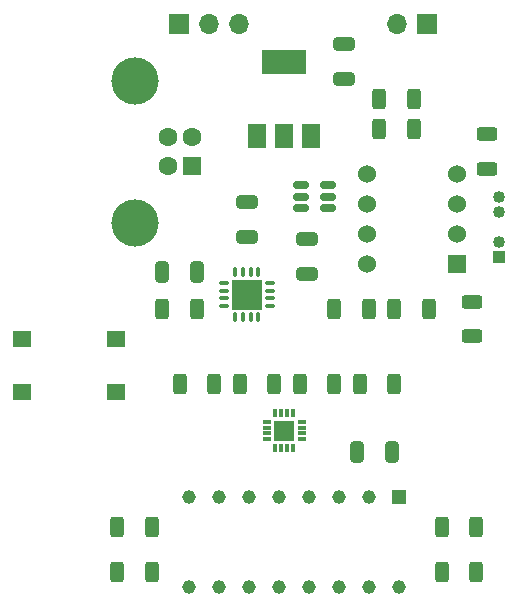
<source format=gbr>
%TF.GenerationSoftware,KiCad,Pcbnew,7.0.7*%
%TF.CreationDate,2023-12-11T18:46:51+01:00*%
%TF.ProjectId,projekt,70726f6a-656b-4742-9e6b-696361645f70,rev?*%
%TF.SameCoordinates,Original*%
%TF.FileFunction,Soldermask,Top*%
%TF.FilePolarity,Negative*%
%FSLAX46Y46*%
G04 Gerber Fmt 4.6, Leading zero omitted, Abs format (unit mm)*
G04 Created by KiCad (PCBNEW 7.0.7) date 2023-12-11 18:46:51*
%MOMM*%
%LPD*%
G01*
G04 APERTURE LIST*
G04 Aperture macros list*
%AMRoundRect*
0 Rectangle with rounded corners*
0 $1 Rounding radius*
0 $2 $3 $4 $5 $6 $7 $8 $9 X,Y pos of 4 corners*
0 Add a 4 corners polygon primitive as box body*
4,1,4,$2,$3,$4,$5,$6,$7,$8,$9,$2,$3,0*
0 Add four circle primitives for the rounded corners*
1,1,$1+$1,$2,$3*
1,1,$1+$1,$4,$5*
1,1,$1+$1,$6,$7*
1,1,$1+$1,$8,$9*
0 Add four rect primitives between the rounded corners*
20,1,$1+$1,$2,$3,$4,$5,0*
20,1,$1+$1,$4,$5,$6,$7,0*
20,1,$1+$1,$6,$7,$8,$9,0*
20,1,$1+$1,$8,$9,$2,$3,0*%
G04 Aperture macros list end*
%ADD10R,1.700000X1.700000*%
%ADD11O,1.700000X1.700000*%
%ADD12RoundRect,0.250000X0.312500X0.625000X-0.312500X0.625000X-0.312500X-0.625000X0.312500X-0.625000X0*%
%ADD13RoundRect,0.250000X-0.325000X-0.650000X0.325000X-0.650000X0.325000X0.650000X-0.325000X0.650000X0*%
%ADD14R,1.600000X1.400000*%
%ADD15RoundRect,0.150000X0.512500X0.150000X-0.512500X0.150000X-0.512500X-0.150000X0.512500X-0.150000X0*%
%ADD16R,0.800000X0.300000*%
%ADD17R,0.300000X0.800000*%
%ADD18R,1.760000X1.760000*%
%ADD19RoundRect,0.250000X0.625000X-0.312500X0.625000X0.312500X-0.625000X0.312500X-0.625000X-0.312500X0*%
%ADD20R,1.500000X2.000000*%
%ADD21R,3.800000X2.000000*%
%ADD22RoundRect,0.250000X-0.312500X-0.625000X0.312500X-0.625000X0.312500X0.625000X-0.312500X0.625000X0*%
%ADD23RoundRect,0.250000X-0.650000X0.325000X-0.650000X-0.325000X0.650000X-0.325000X0.650000X0.325000X0*%
%ADD24R,1.600000X1.600000*%
%ADD25C,1.600000*%
%ADD26C,4.000000*%
%ADD27R,1.016000X1.016000*%
%ADD28C,1.016000*%
%ADD29RoundRect,0.075000X0.075000X-0.337500X0.075000X0.337500X-0.075000X0.337500X-0.075000X-0.337500X0*%
%ADD30RoundRect,0.075000X0.337500X-0.075000X0.337500X0.075000X-0.337500X0.075000X-0.337500X-0.075000X0*%
%ADD31R,2.500000X2.500000*%
%ADD32RoundRect,0.250000X-0.625000X0.312500X-0.625000X-0.312500X0.625000X-0.312500X0.625000X0.312500X0*%
%ADD33RoundRect,0.250000X0.650000X-0.325000X0.650000X0.325000X-0.650000X0.325000X-0.650000X-0.325000X0*%
%ADD34R,1.158000X1.158000*%
%ADD35C,1.158000*%
%ADD36R,1.524000X1.524000*%
%ADD37C,1.524000*%
%ADD38RoundRect,0.250000X0.325000X0.650000X-0.325000X0.650000X-0.325000X-0.650000X0.325000X-0.650000X0*%
G04 APERTURE END LIST*
D10*
%TO.C,J3*%
X80010000Y-29845000D03*
D11*
X77470000Y-29845000D03*
%TD*%
D10*
%TO.C,J2*%
X59055000Y-29845000D03*
D11*
X61595000Y-29845000D03*
X64135000Y-29845000D03*
%TD*%
D12*
%TO.C,R2*%
X78932500Y-36195000D03*
X76007500Y-36195000D03*
%TD*%
%TO.C,R8*%
X84205000Y-72390000D03*
X81280000Y-72390000D03*
%TD*%
D13*
%TO.C,C3*%
X74090000Y-66040000D03*
X77040000Y-66040000D03*
%TD*%
D14*
%TO.C,SW1*%
X53720000Y-61015000D03*
X45720000Y-61015000D03*
X53720000Y-56515000D03*
X45720000Y-56515000D03*
%TD*%
D15*
%TO.C,U1*%
X71622500Y-45400000D03*
X71622500Y-44450000D03*
X71622500Y-43500000D03*
X69347500Y-43500000D03*
X69347500Y-44450000D03*
X69347500Y-45400000D03*
%TD*%
D16*
%TO.C,IC1*%
X69445000Y-65000000D03*
X69445000Y-64500000D03*
X69445000Y-64000000D03*
X69445000Y-63500000D03*
D17*
X68695000Y-62750000D03*
X68195000Y-62750000D03*
X67695000Y-62750000D03*
X67195000Y-62750000D03*
D16*
X66445000Y-63500000D03*
X66445000Y-64000000D03*
X66445000Y-64500000D03*
X66445000Y-65000000D03*
D17*
X67195000Y-65750000D03*
X67695000Y-65750000D03*
X68195000Y-65750000D03*
X68695000Y-65750000D03*
D18*
X67945000Y-64250000D03*
%TD*%
D19*
%TO.C,R15*%
X85090000Y-42102500D03*
X85090000Y-39177500D03*
%TD*%
D20*
%TO.C,U4*%
X65645000Y-39320000D03*
X67945000Y-39320000D03*
D21*
X67945000Y-33020000D03*
D20*
X70245000Y-39320000D03*
%TD*%
D22*
%TO.C,R14*%
X53782500Y-76200000D03*
X56707500Y-76200000D03*
%TD*%
D12*
%TO.C,R6*%
X80202500Y-53975000D03*
X77277500Y-53975000D03*
%TD*%
D23*
%TO.C,C1*%
X69850000Y-48055000D03*
X69850000Y-51005000D03*
%TD*%
D24*
%TO.C,J1*%
X60127500Y-41890000D03*
D25*
X60127500Y-39390000D03*
X58127500Y-39390000D03*
X58127500Y-41890000D03*
D26*
X55267500Y-46640000D03*
X55267500Y-34640000D03*
%TD*%
D22*
%TO.C,R11*%
X64172500Y-60325000D03*
X67097500Y-60325000D03*
%TD*%
D12*
%TO.C,R7*%
X75122500Y-53975000D03*
X72197500Y-53975000D03*
%TD*%
D27*
%TO.C,U3*%
X86110001Y-49530000D03*
D28*
X86110001Y-48260000D03*
X86110001Y-45720000D03*
X86110001Y-44450000D03*
%TD*%
D22*
%TO.C,R13*%
X53782500Y-72390000D03*
X56707500Y-72390000D03*
%TD*%
%TO.C,R12*%
X59092500Y-60325000D03*
X62017500Y-60325000D03*
%TD*%
%TO.C,R10*%
X69252500Y-60325000D03*
X72177500Y-60325000D03*
%TD*%
D12*
%TO.C,R3*%
X60517500Y-53975000D03*
X57592500Y-53975000D03*
%TD*%
D22*
%TO.C,R9*%
X74332500Y-60325000D03*
X77257500Y-60325000D03*
%TD*%
D29*
%TO.C,U2*%
X63795000Y-54675000D03*
X64445000Y-54675000D03*
X65095000Y-54675000D03*
X65745000Y-54675000D03*
D30*
X66707500Y-53712500D03*
X66707500Y-53062500D03*
X66707500Y-52412500D03*
X66707500Y-51762500D03*
D29*
X65745000Y-50800000D03*
X65095000Y-50800000D03*
X64445000Y-50800000D03*
X63795000Y-50800000D03*
D30*
X62832500Y-51762500D03*
X62832500Y-52412500D03*
X62832500Y-53062500D03*
X62832500Y-53712500D03*
D31*
X64770000Y-52737500D03*
%TD*%
D12*
%TO.C,R1*%
X78932500Y-38735000D03*
X76007500Y-38735000D03*
%TD*%
%TO.C,R4*%
X84205000Y-76200000D03*
X81280000Y-76200000D03*
%TD*%
D32*
%TO.C,R5*%
X83820000Y-53340000D03*
X83820000Y-56265000D03*
%TD*%
D33*
%TO.C,C4*%
X73025000Y-34495000D03*
X73025000Y-31545000D03*
%TD*%
D34*
%TO.C,LED1*%
X77700000Y-69850000D03*
D35*
X75160000Y-69850000D03*
X72620000Y-69850000D03*
X70080000Y-69850000D03*
X67540000Y-69850000D03*
X65000000Y-69850000D03*
X62460000Y-69850000D03*
X59920000Y-69850000D03*
X59920000Y-77470000D03*
X62460000Y-77470000D03*
X65000000Y-77470000D03*
X67540000Y-77470000D03*
X70080000Y-77470000D03*
X72620000Y-77470000D03*
X75160000Y-77470000D03*
X77700000Y-77470000D03*
%TD*%
D36*
%TO.C,U8*%
X82550000Y-50165000D03*
D37*
X82550000Y-47625000D03*
X82550000Y-45085000D03*
X82550000Y-42545000D03*
X74930000Y-42545000D03*
X74930000Y-45085000D03*
X74930000Y-47625000D03*
X74930000Y-50165000D03*
%TD*%
D38*
%TO.C,C2*%
X60530000Y-50800000D03*
X57580000Y-50800000D03*
%TD*%
D33*
%TO.C,C5*%
X64770000Y-47830000D03*
X64770000Y-44880000D03*
%TD*%
M02*

</source>
